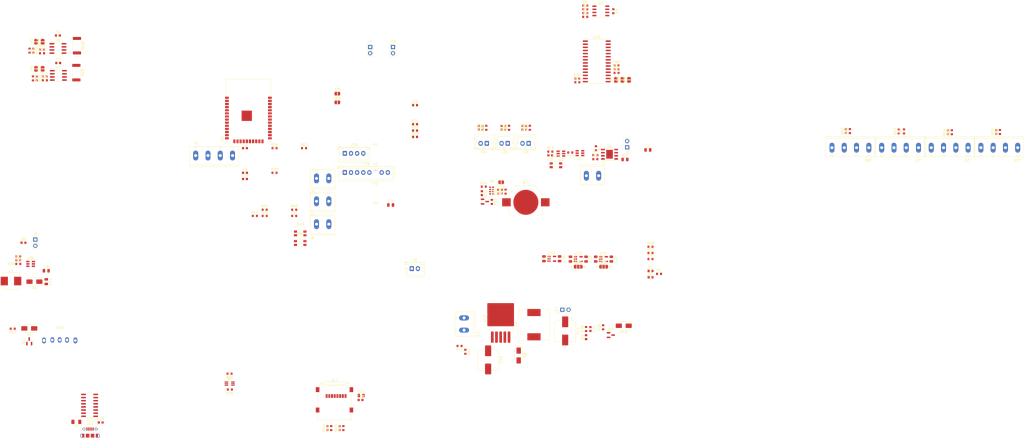
<source format=kicad_pcb>
(kicad_pcb (version 20240108) (generator "pcbnew") (generator_version "8.0")
  (layers (0 "F.Cu" signal) (31 "B.Cu" signal) (34 "B.Paste" user) (35 "F.Paste" user) (36 "B.SilkS" user "B.Silkscreen") (37 "F.SilkS" user "F.Silkscreen") (38 "B.Mask" user) (39 "F.Mask" user) (44 "Edge.Cuts" user))
  (net 0 "")
  (net 1 "Net-(BT1-+)")
  (net 2 "GND")
  (net 3 "/Vpre_5V")
  (net 4 "/BAT+")
  (net 5 "+3V3")
  (net 6 "Net-(U3-VCC)")
  (net 7 "/BAT-")
  (net 8 "IO0")
  (net 9 "RESET")
  (net 10 "Vbat_5V")
  (net 11 "Net-(D7-K)")
  (net 12 "VIN_12V")
  (net 13 "VIN_5V")
  (net 14 "VDL_3V3")
  (net 15 "+5V")
  (net 16 "/VGPS_3V3")
  (net 17 "GPA0")
  (net 18 "GPA1")
  (net 19 "GPA2")
  (net 20 "Net-(D1-K)")
  (net 21 "Net-(D1-A)")
  (net 22 "Net-(D2-K)")
  (net 23 "Net-(D3-A)")
  (net 24 "Net-(D4-K)")
  (net 25 "Net-(D5-A)")
  (net 26 "/SW_5V")
  (net 27 "Net-(D8-K)")
  (net 28 "Net-(D9-A)")
  (net 29 "/V_USB")
  (net 30 "Net-(D11-A)")
  (net 31 "Net-(D12-A)")
  (net 32 "Net-(D13-A)")
  (net 33 "/V_in")
  (net 34 "RS485_VSS_ch2")
  (net 35 "RS485_VDD_ch2")
  (net 36 "12V_IN")
  (net 37 "RS485_A_ch2")
  (net 38 "RS485_B_ch2")
  (net 39 "420_sens_ch2_+")
  (net 40 "420_sens_ch2_")
  (net 41 "420_VSS_ch2")
  (net 42 "420_VDD_ch2")
  (net 43 "/EVI")
  (net 44 "Net-(J13-D-)")
  (net 45 "Net-(J13-D+)")
  (net 47 "GPA6")
  (net 48 "GPA5")
  (net 49 "GPA4")
  (net 50 "GPB1")
  (net 51 "GPB2")
  (net 52 "GPB0")
  (net 53 "Net-(J17-CLK)")
  (net 54 "Net-(J17-DAT0)")
  (net 56 "Net-(J17-CMD)")
  (net 58 "Net-(J17-DAT3{slash}CD)")
  (net 59 "/EN_VS_S")
  (net 60 "/EN_VS")
  (net 61 "/EN_VDL_S")
  (net 62 "/EN_VDL")
  (net 63 "S1_IN")
  (net 64 "S2_IN")
  (net 65 "S3_IN")
  (net 66 "S4_IN")
  (net 67 "Net-(J24-Pin_1)")
  (net 68 "Net-(J25-Pin_1)")
  (net 69 "Net-(J26-Pin_1)")
  (net 70 "Net-(JP1-A)")
  (net 71 "Net-(JP2-A)")
  (net 72 "Net-(JP3-A)")
  (net 73 "Net-(JP4-A)")
  (net 74 "A0")
  (net 75 "A1")
  (net 76 "A2")
  (net 77 "Net-(Q2A-B1)")
  (net 78 "DTR#")
  (net 79 "Net-(Q2B-B1)")
  (net 80 "RST#")
  (net 81 "Net-(U1-PROG)")
  (net 82 "BAT_LVL")
  (net 83 "485_TX")
  (net 84 "/VS_3V3")
  (net 85 "RS485_EN")
  (net 86 "485_RX")
  (net 87 "/Data_A")
  (net 88 "/Data_B")
  (net 89 "IO2")
  (net 90 "/CS")
  (net 91 "SDA")
  (net 92 "SCL")
  (net 93 "420_VDD_ch2+")
  (net 94 "420_VDD_ch1+")
  (net 95 "420_VDD_ch1")
  (net 96 "Net-(R26-Pad2)")
  (net 97 "/FB_5V")
  (net 98 "Net-(R30-Pad2)")
  (net 99 "/INT")
  (net 100 "SPI1_MOSI")
  (net 101 "V_AUTO_LVL")
  (net 102 "SPI1_CLK")
  (net 103 "SD_CS")
  (net 104 "SPI1_MISO")
  (net 105 "SENSOR 1")
  (net 106 "SENSOR 2")
  (net 107 "SENSOR 3")
  (net 108 "SENSOR 4")
  (net 109 "Net-(U15-SDA)")
  (net 110 "Net-(U15-SCK)")
  (net 111 "MCP_RESET")
  (net 112 "INTA")
  (net 113 "INTB")
  (net 115 "/OC")
  (net 116 "/OD")
  (net 121 "KC3")
  (net 122 "KC1")
  (net 123 "TX")
  (net 124 "KR1")
  (net 125 "KC2")
  (net 128 "RX")
  (net 129 "KC4")
  (net 130 "KR2")
  (net 131 "KR4")
  (net 135 "KR3")
  (net 148 "GPB7")
  (net 150 "GPA7")
  (net 152 "GPB4")
  (net 153 "GPB3")
  (net 154 "GPB5")
  (net 155 "GPB6")
  (footprint "Capacitor_SMD:C_0805_2012Metric" (layer "F.Cu") (at 279.04 73.552)
    (property "Reference" "C1")
    (property "Value" "10u")
  )
  (footprint "Resistor_SMD:R_0603_1608Metric" (layer "F.Cu") (at 127.04 72.84)
    (property "Reference" "R26")
    (property "Value" "0")
  )
  (footprint "Inductor_SMD:L_Bourns_SRP7028A_7.3x6.6mm" (layer "F.Cu") (at 19.751 127)
    (property "Reference" "L1")
    (property "Value" "22u")
  )
  (footprint "Resistor_SMD:R_0603_1608Metric" (layer "F.Cu") (at 257.643 77.324)
    (property "Reference" "R3")
    (property "Value" "12k")
  )
  (footprint "Resistor_SMD:R_0603_1608Metric" (layer "F.Cu") (at 28.829 33.084 -90)
    (property "Reference" "R22")
    (property "Value" "10k")
  )
  (footprint "Resistor_SMD:R_0603_1608Metric" (layer "F.Cu") (at 202.361 153.472 180)
    (property "Reference" "R41")
    (property "Value" "12k")
  )
  (footprint "IoWLabs:SMD_SWITCH" (layer "F.Cu") (at 137.495 107.585)
    (property "Reference" "SW3")
    (property "Value" "SW_DIP_x02")
  )
  (footprint "Package_TO_SOT_SMD:SOT-23" (layer "F.Cu") (at 27.178 151.5595 90)
    (property "Reference" "Q1")
    (property "Value" "Q_PMOS_GSD")
  )
  (footprint "Jumper:SolderJumper-2_P1.3mm_Open_RoundedPad1.0x1.5mm" (layer "F.Cu") (at 32.639 40.536 90)
    (property "Reference" "JP4")
    (property "Value" "SolderJumper_2_Open")
  )
  (footprint "IoWLabs:ESP32-WROOM-32" (layer "F.Cu") (at 116.41 60.55)
    (property "Reference" "U5")
    (property "Value" "ESP32-WROOM-32D")
  )
  (footprint "Resistor_SMD:R_0603_1608Metric" (layer "F.Cu") (at 361.283 65.881 90)
    (property "Reference" "R56")
    (property "Value" "3k3")
  )
  (footprint "Capacitor_SMD:C_0603_1608Metric" (layer "F.Cu") (at 115.01 82.88)
    (property "Reference" "C9")
    (property "Value" "100n")
  )
  (footprint "Package_SO:SOIC-8_3.9x4.9mm_P1.27mm" (layer "F.Cu") (at 39.051 43.18)
    (property "Reference" "U7")
    (property "Value" "INA219AxD")
  )
  (footprint "Resistor_SMD:R_0603_1608Metric" (layer "F.Cu") (at 204.724 155.829 -90)
    (property "Reference" "R42")
    (property "Value" "30k")
  )
  (footprint "Jumper:SolderJumper-2_P1.3mm_Open_RoundedPad1.0x1.5mm" (layer "F.Cu") (at 271.37 45.015 90)
    (property "Reference" "JP9")
    (property "Value" "SolderJumper_2_Open")
  )
  (footprint "Package_TO_SOT_SMD:SOT-23" (layer "F.Cu") (at 263.9545 149.032)
    (property "Reference" "Q3")
    (property "Value" "Q_PMOS_GSD")
  )
  (footprint "Resistor_SMD:R_0603_1608Metric" (layer "F.Cu") (at 135.06 97.94)
    (property "Reference" "R60")
    (property "Value" "1k")
  )
  (footprint "Jumper:SolderJumper-3_P1.3mm_Open_RoundedPad1.0x1.5mm_NumberLabels" (layer "F.Cu") (at 250.698 121.158)
    (property "Reference" "J19")
    (property "Value" "HDR-3x1")
  )
  (footprint "Resistor_SMD:R_0603_1608Metric" (layer "F.Cu") (at 219.583 90.551 90)
    (property "Reference" "R32")
    (property "Value" "100k")
  )
  (footprint "Resistor_SMD:R_0603_1608Metric" (layer "F.Cu") (at 280.098 115.54)
    (property "Reference" "R69")
    (property "Value" "3.3k")
  )
  (footprint "Package_TO_SOT_SMD:SOT-23-5" (layer "F.Cu") (at 239.9085 117.922)
    (property "Reference" "U12")
    (property "Value" "AP2112K-3.3")
  )
  (footprint "IoWLabsConnectors:TB-4x1-5P-TH-V" (layer "F.Cu") (at 422.108 72.644 180)
    (property "Reference" "J23")
    (property "Value" "HDR-4x1")
  )
  (footprint "Resistor_SMD:R_0603_1608Metric" (layer "F.Cu") (at 239.3205 74.242)
    (property "Reference" "R10")
    (property "Value" "100")
  )
  (footprint "Resistor_SMD:R_0603_1608Metric" (layer "F.Cu") (at 127.04 82.88)
    (property "Reference" "R30")
    (property "Value" "0")
  )
  (footprint "Connector_PinHeader_2.54mm:PinHeader_1x02_P2.54mm_Vertical" (layer "F.Cu") (at 175.27 31.61)
    (property "Reference" "J10")
    (property "Value" "HDR-2x1")
  )
  (footprint "IoWLabsConnectors:Tb-2x1-5p-TH-V" (layer "F.Cu") (at 146.6388 85.165)
    (property "Reference" "J3")
    (property "Value" "HDR-2x1")
  )
  (footprint "IoWLabsConnectors:TB-4x1-5P-TH-V" (layer "F.Cu") (at 401.915 72.644 180)
    (property "Reference" "J22")
    (property "Value" "HDR-4x1")
  )
  (footprint "Capacitor_SMD:C_0603_1608Metric" (layer "F.Cu") (at 210.205 64.533 -90)
    (property "Reference" "C25")
    (property "Value" "0.1uF")
  )
  (footprint "Connector_JST:JST_XH_B2B-XH-A_1x02_P2.50mm_Vertical" (layer "F.Cu") (at 182.92 121.92)
    (property "Reference" "J9")
    (property "Value" "HDR-2x1")
  )
  (footprint "Resistor_SMD:R_0603_1608Metric" (layer "F.Cu") (at 32.385 32.639)
    (property "Reference" "R13")
    (property "Value" "10k")
  )
  (footprint "IoWLabsConnectors:TB-4x1-5P-TH-V" (layer "F.Cu") (at 102.445 75.845)
    (property "Reference" "J5")
    (property "Value" "HDR-4x1")
  )
  (footprint "Resistor_SMD:R_0603_1608Metric" (layer "F.Cu") (at 383.322 66.024 90)
    (property "Reference" "R57")
    (property "Value" "3k3")
  )
  (footprint "Resistor_SMD:R_0603_1608Metric" (layer "F.Cu") (at 247.4485 74.623 180)
    (property "Reference" "R12")
    (property "Value" "1k")
  )
  (footprint "Resistor_SMD:R_0603_1608Metric" (layer "F.Cu") (at 257.643 75.673)
    (property "Reference" "R4")
    (property "Value" "30k")
  )
  (footprint "Package_SO:SOP-8_3.9x4.9mm_P1.27mm" (layer "F.Cu") (at 259.884 16.891)
    (property "Reference" "U2")
    (property "Value" "MAX3485")
  )
  (footprint "IoWLabs:SMD_SWITCH" (layer "F.Cu") (at 241.6065 79.83)
    (property "Reference" "SW1")
    (property "Value" "SW_DIP_x02")
  )
  (footprint "Jumper:SolderJumper-2_P1.3mm_Open_RoundedPad1.0x1.5mm" (layer "F.Cu") (at 29.972 40.536 90)
    (property "Reference" "JP3")
    (property "Value" "SolderJumper_2_Open")
  )
  (footprint "Diode_SMD:D_SMA" (layer "F.Cu") (at 29.276 127.254 180)
    (property "Reference" "D6")
    (property "Value" "D_Schottky")
  )
  (footprint "Capacitor_SMD:C_0603_1608Metric" (layer "F.Cu") (at 255.651 146.545 -90)
    (property "Reference" "C15")
    (property "Value" "10u")
  )
  (footprint "Connector_Card:microSD_HC_Wuerth_693072010801" (layer "F.Cu") (at 151.456 175.413)
    (property "Reference" "J17")
    (property "Value" "Micro_SD_Card")
  )
  (footprint "Resistor_SMD:R_0603_1608Metric" (layer "F.Cu") (at 266.29 39.116)
    (property "Reference" "R66")
    (property "Value" "3.3k")
  )
  (footprint "Capacitor_SMD:C_0603_1608Metric" (layer "F.Cu") (at 38.849 26.924)
    (property "Reference" "C6")
    (property "Value" "100n")
  )
  (footprint "Capacitor_SMD:C_0805_2012Metric" (layer "F.Cu") (at 236.7335 117.922 -90)
    (property "Reference" "C19")
    (property "Value" "1u")
  )
  (footprint "Resistor_SMD:R_0603_1608Metric" (layer "F.Cu") (at 283.591 124.079)
    (property "Reference" "R1")
    (property "Value" "1k")
  )
  (footprint "MountingHole:MountingHole_3.2mm_M3" (layer "F.Cu") (at 168.12 83.51)
    (property "Reference" "H2")
    (property "Value" "MountingHole")
  )
  (footprint "Package_TO_SOT_SMD:SOT-23-5" (layer "F.Cu") (at 250.7035 118.049)
    (property "Reference" "U13")
    (property "Value" "AP2112K-3.3")
  )
  (footprint "Resistor_SMD:R_0603_1608Metric" (layer "F.Cu") (at 119.02 100.45)
    (property "Reference" "R11")
    (property "Value" "330")
  )
  (footprint "Capacitor_SMD:C_0805_2012Metric" (layer "F.Cu") (at 34.102 127.254 -90)
    (property "Reference" "C11")
    (property "Value" "22u")
  )
  (footprint "Resistor_SMD:R_0603_1608Metric" (layer "F.Cu") (at 211.729 64.533 90)
    (property "Reference" "R46")
    (property "Value" "10k")
  )
  (footprint "Capacitor_SMD:C_0805_2012Metric" (layer "F.Cu") (at 162.279 173.697)
    (property "Reference" "C17")
    (property "Value" "10u")
  )
  (footprint "Connector_PinHeader_2.54mm:PinHeader_1x02_P2.54mm_Vertical" (layer "F.Cu") (at 270.597 72.498 180)
    (property "Reference" "J2")
    (property "Value" "V_USB")
  )
  (footprint "Resistor_SMD:R_0603_1608Metric" (layer "F.Cu") (at 22.735 116.937 180)
    (property "Reference" "R29")
    (property "Value" "1k")
  )
  (footprint "MountingHole:MountingHole_3.2mm_M3" (layer "F.Cu") (at 168.12 91.46)
    (property "Reference" "H3")
    (property "Value" "MountingHole")
  )
  (footprint "Resistor_SMD:R_0603_1608Metric" (layer "F.Cu") (at 22.735 120.015)
    (property "Reference" "R28")
    (property "Value" "470")
  )
  (footprint "Capacitor_SMD:C_0603_1608Metric" (layer "F.Cu") (at 239.3205 75.766 180)
    (property "Reference" "C5")
    (property "Value" "100n")
  )
  (footprint "IoWLabsConnectors:Tb-2x1-5p-TH-V" (layer "F.Cu") (at 256.5 84.074 180)
    (property "Reference" "J1")
    (property "Value" "BAT")
  )
  (footprint "Resistor_SMD:R_0603_1608Metric" (layer "F.Cu") (at 221 64.533 90)
    (property "Reference" "R47")
    (property "Value" "10k")
  )
  (footprint "Diode_SMD:D_SMA" (layer "F.Cu") (at 226.441 157.353 -90)
    (property "Reference" "D8")
    (property "Value" "SS34")
  )
  (footprint "Jumper:SolderJumper-2_P1.3mm_Open_RoundedPad1.0x1.5mm" (layer "F.Cu") (at 29.972 29.464 90)
    (property "Reference" "JP1")
    (property "Value" "SolderJumper_2_Open")
  )
  (footprint "Connector_PinHeader_2.54mm:PinHeader_1x02_P2.54mm_Vertical" (layer "F.Cu") (at 244.216 138.684 90)
    (property "Reference" "J11")
    (property "Value" "IN")
  )
  (footprint "LED_SMD:LED_0603_1608Metric" (layer "F.Cu") (at 280.1365 122.886)
    (property "Reference" "D1")
    (property "Value" "LED")
  )
  (footprint "Fuse:Fuse_1206_3216Metric" (layer "F.Cu") (at 46.355 184.404 180)
    (property "Reference" "F1")
    (property "Value" "FUSE")
  )
  (footprint "Resistor_SMD:R_0603_1608Metric" (layer "F.Cu") (at 250.32 44.45)
    (property "Reference" "R64")
    (property "Value" "10k")
  )
  (footprint "Resistor_SMD:R_0603_1608Metric" (layer "F.Cu") (at 27.305 33.084 -90)
    (property "Reference" "R20")
    (property "Value" "10k")
  )
  (footprint "Resistor_SMD:R_0603_1608Metric" (layer "F.Cu") (at 155.067 186.944 90)
    (property "Reference" "R45")
    (property "Value" "3.3k")
  )
  (footprint "Resistor_SMD:R_0603_1608Metric" (layer "F.Cu") (at 33.528 43.584)
    (property "Reference" "R14")
    (property "Value" "10k")
  )
  (footprint "Connector_PinHeader_2.54mm:PinHeader_1x02_P2.54mm_Vertical" (layer "F.Cu") (at 165.97 31.61)
    (property "Reference" "J4")
    (property "Value" "HDR-2x1")
  )
  (footprint "IoWLabsConnectors:TB-4x1-5P-TH-V" (layer "F.Cu") (at 381.722 72.644 180)
    (property "Reference" "J21")
    (property "Value" "HDR-4x1")
  )
  (footprint "Resistor_SMD:R_2512_6332Metric" (layer "F.Cu") (at 46.609 31.073 -90)
    (property "Reference" "R18")
    (property "Value" "16")
  )
  (footprint "Resistor_SMD:R_0603_1608Metric" (layer "F.Cu") (at 222.524 64.533 90)
    (property "Reference" "R50")
    (property "Value" "1k")
  )
  (footprint "Resistor_SMD:R_0603_1608Metric" (layer "F.Cu") (at 402.764 66.358 90)
    (property "Reference" "R58")
    (property "Value" "3k3")
  )
  (footprint "Resistor_SMD:R_0603_1608Metric" (layer "F.Cu") (at 32.385 34.163)
    (property "Reference" "R15")
    (property "Value" "10k")
  )
  (footprint "Resistor_SMD:R_0603_1608Metric" (layer "F.Cu") (at 420.831 66.245 90)
    (property "Reference" "R55")
    (property "Value" "10k2")
  )
  (footprint "Capacitor_SMD:C_0603_1608Metric" (layer "F.Cu") (at 211.455 91.186 -90)
    (property "Reference" "C12")
    (property "Value" "10n")
  )
  (footprint "Resistor_SMD:R_0603_1608Metric" (layer "F.Cu") (at 20.447 146.431 180)
    (property "Reference" "R17")
    (property "Value" "10k")
  )
  (footprint "Resistor_SMD:R_0603_1608Metric" (layer "F.Cu") (at 401.203 66.358 90)
    (property "Reference" "R54")
    (property "Value" "10k2")
  )
  (footprint "Capacitor_SMD:C_0805_2012Metric" (layer "F.Cu") (at 253.8785 118.049 -90)
    (property "Reference" "C22")
    (property "Value" "1u")
  )
  (footprint "Resistor_SMD:R_0603_1608Metric" (layer "F.Cu") (at 218.059 90.551 90)
    (property "Reference" "R31")
    (property "Value" "100k")
  )
  (footprint "Capacitor_SMD:C_0805_2012Metric" (layer "F.Cu") (at 257.81 118.049 -90)
    (property "Reference" "C23")
    (property "Value" "1u")
  )
  (footprint "IoWLabs:SMD_SWITCH" (layer "F.Cu") (at 137.495 111.505)
    (property "Reference" "SW4")
    (property "Value" "SW_DIP_x02")
  )
  (footprint "Capacitor_SMD:C_0805_2012Metric" (layer "F.Cu") (at 247.5285 118.049 -90)
    (property "Reference" "C21")
    (property "Value" "1u")
  )
  (footprint "Resistor_SMD:R_0603_1608Metric" (layer "F.Cu") (at 266.29 42.164)
    (property "Reference" "R65")
    (property "Value" "3.3k")
  )
  (footprint "Capacitor_SMD:C_0805_2012Metric" (layer "F.Cu") (at 269.708 77.451)
    (property "Reference" "C2")
    (property "Value" "10u")
  )
  (footprint "Resistor_SMD:R_0603_1608Metric" (layer "F.Cu") (at 229.438 64.533 90)
    (property "Reference" "R48")
    (property "Value" "10k")
  )
  (footprint "Resistor_SMD:R_0603_1608Metric" (layer "F.Cu") (at 30.245 44.41 -90)
    (property "Reference" "R23")
    (property "Value" "10k")
  )
  (footprint "IoWLabsConnectors:Tb-2x1-5p-TH-V" (layer "F.Cu") (at 146.6388 94.485)
    (property "Reference" "J7")
    (property "Value" "HDR-2x1")
  )
  (footprint "Resistor_SMD:R_0603_1608Metric" (layer "F.Cu") (at 33.528 45.171)
    (property "Reference" "R16")
    (property "Value" "10k")
  )
  (footprint "IoWLabsConnectors:Tb-2x1-5p-TH-V" (layer "F.Cu") (at 146.6388 103.805)
    (property "Reference" "J8")
    (property "Value" "HDR-2x1")
  )
  (footprint "Resistor_SMD:R_0603_1608Metric" (layer "F.Cu") (at 250.32 45.974)
    (property "Reference" "R63")
    (property "Value" "10k")
  )
  (footprint "IoWLabsConnectors:TB-4x1-5P-TH-V" (layer "F.Cu") (at 361.482 72.644 180)
    (property "Reference" "J20")
    (property "Value" "HDR-4x1")
  )
  (footprint "LED_SMD:LED_0603_1608Metric" (layer "F.Cu") (at 280.1365 125.476)
    (property "Reference" "D2")
    (property "Value" "LED")
  )
  (footprint "Resistor_SMD:R_0603_1608Metric" (layer "F.Cu") (at 221.107 90.551 90)
    (property "Reference" "R33")
    (property "Value" "10k")
  )
  (footprint "Package_TO_SOT_SMD:TO-263-5_TabPin3" (layer "F.Cu") (at 219.104 142.21 90)
    (property "Reference" "U10")
    (property "Value" "LM2596S-5")
  )
  (footprint "MountingHole:MountingHole_3.2mm_M3" (layer "F.Cu") (at 168.12 75.56)
    (property "Reference" "H1")
    (property "Value" "MountingHole")
  )
  (footprint "Package_TO_SOT_SMD:SOT-363_SC-70-6_Handsoldering" (layer "F.Cu") (at 108.779 168.798)
    (property "Reference" "Q2")
    (property "Value" "Q_Dual_NPN_NPN_BRT_E1B1C2E2B2C1")
  )
  (footprint "Package_SO:SOIC-28W_7.5x17.9mm_P1.27mm" (layer "F.Cu") (at 258.24 37.465)
    (property "Reference" "U15")
    (property "Value" "MCP23017_SO")
  )
  (footprint "Resistor_SMD:R_0603_1608Metric" (layer "F.Cu") (at 28.702 44.41 -90)
    (property "Reference" "R21")
    (property "Value" "10k")
  )
  (footprint "Capacitor_SMD:C_0805_2012Metric" (layer "F.Cu") (at 264.16 118.049 -90)
    (property "Reference" "C24")
    (property "Value" "1u")
  )
  (footprint "Jumper:SolderJumper-2_P1.3mm_Open_RoundedPad1.0x1.5mm" (layer "F.Cu") (at 152.61 54.18)
    (property "Reference" "JP6")
    (property "Value" "SolderJumper_2_Open")
  )
  (footprint "Resistor_SMD:R_0603_1608Metric" (layer "F.Cu") (at 135.06 100.45)
    (property "Reference" "R61")
    (property "Value" "1k")
  )
  (footprint "Package_TO_SOT_SMD:SOT-23-6" (layer "F.Cu") (at 251.3855 74.877 180)
    (property "Reference" "U4")
    (property "Value" "FS8205A")
  )
  (footprint "Package_TO_SOT_SMD:SOT-23-6" (layer "F.Cu") (at 27.752 120.015)
    (property "Reference" "U8")
    (property "Value" "MT3608")
  )
  (footprint "IoWLabs:SON-8" (layer "F.Cu") (at 215.427 90.123)
    (property "Reference" "U9")
    (property "Value" "RV-8803")
  )
  (footprint "Package_SO:SOIC-16_3.9x9.9mm_P1.27mm" (layer "F.Cu") (at 51.754 177.673 180)
    (property "Reference" "U11")
    (property "Value" "CH340C")
  )
  (footprint "Resistor_SMD:R_0603_1608Metric" (layer "F.Cu") (at 139.07 72.84)
    (property "Reference" "R62")
    (property "Value" "1k")
  )
  (footprint "Diode_SMD:D_SMA" (layer "F.Cu") (at 27.178 146.304 180)
    (property "Reference" "D4")
    (property "Value" "D_Schottky")
  )
  (footprint "Capacitor_SMD:CP_Elec_8x10.5" (layer "F.Cu") (at 213.995 159.131 -90)
    (property "Reference" "C13")
    (property "Value" "680uF")
  )
  (footprint "Connector_JST:JST_XH_B2B-XH-AM_1x02_P2.50mm_Vertical" (layer "F.Cu") (at 213.467 70.883 180)
    (property "Reference" "J24")
    (property "Value" "Conn_01x02")
  )
  (footprint "Capacitor_SMD:C_0603_1608Metric" (layer "F.Cu") (at 227.914 64.533 -90)
    (property "Reference" "C27")
    (property "Value" "0.1uF")
  )
  (footprint "LED_SMD:LED_0603_1608Metric" (layer "F.Cu") (at 253.873 149.8725 90)
    (property "Reference" "D9")
    (property "Value" "LED")
  )
  (footprint "Inductor_SMD:L_12x12mm_H8mm" (layer "F.Cu") (at 232.664 144.78 90)
    (property "Reference" "L2")
    (property "Value" "33uH")
  )
  (footprint "Battery:BatteryHolder_Keystone_3000_1x12mm" (layer "F.Cu") (at 229.362 94.91)
    (property "Reference" "BT1")
    (property "Value" "Battery_Cell")
  )
  (footprint "Resistor_SMD:R_0603_1608Metric" (layer "F.Cu") (at 253.534 19.304)
    (property "Reference" "R8")
    (property "Value" "10k")
  )
  (footprint "Resistor_SMD:R_0603_1608Metric" (layer "F.Cu") (at 253.534 16.256)
    (property "Reference" "R6")
    (property "Value" "10k")
  )
  (footprint "Jumper:SolderJumper-2_P1.3mm_Open_RoundedPad1.0x1.5mm" (layer "F.Cu") (at 266.042 45.015 90)
    (property "Reference" "JP7")
    (property "Value" "SolderJumper_2_Open")
  )
  (footprint "Resistor_SMD:R_0603_1608Metric" (layer "F.Cu") (at 215.519 94.742 -90)
    (property "Reference" "R35")
    (property "Value" "3.3k")
  )
  (footprint "Capacitor_SMD:C_0805_2012Metric" (layer "F.Cu") (at 34.102 122.809)
    (property "Reference" "C8")
    (property "Value" "22u")
  )
  (footprint "Connector_JST:JST_XH_B2B-XH-AM_1x02_P2.50mm_Vertical" (layer "F.Cu") (at 221.976 70.883 180)
    (property "Reference" "J25")
    (property "Value" "Conn_01x02")
  )
  (footprint "Resistor_SMD:R_0603_1608Metric" (layer "F.Cu") (at 108.719 164.749 180)
    (property "Reference" "R37")
    (property "Value" "10k")
  )
  (footprint "Resistor_SMD:R_0603_1608Metric" (layer "F.Cu") (at 153.543 186.944 90)
    (property "Reference" "R43")
    (property "Value" "3.3k")
  )
  (footprint "Capacitor_SMD:C_0805_2012Metric" (layer "F.Cu") (at 243.0835 117.922 -90)
    (property "Reference" "C20")
    (property "Value" "1u")
  )
  (footprint "Capacitor_SMD:CP_Elec_8x10.5" (layer "F.Cu") (at 245.364 147.32 -90)
    (property "Reference" "C14")
    (property "Value" "220uF")
  )
  (footprint "Package_TO_SOT_SMD:SOT-23" (layer "F.Cu") (at 212.6765 94.615)
    (property "Reference" "D7")
    (property "Value" "BAS70-05")
  )
  (footprint "LED_SMD:LED_0603_1608Metric" (layer "F.Cu") (at 24.831 111.379)
    (property "Reference" "D5")
    (property "Value" "LED")
  )
  (footprint "IoWLabs:TP4056_SOP-8-PP" (layer "F.Cu") (at 263.4282 75.314)
    (property "Reference" "U1")
    (property "Value" "TP4056")
  )
  (footprint "Connector_PinHeader_2.54mm:PinHeader_1x02_P2.54mm_Vertical" (layer "F.Cu") (at 29.657 110.104)
    (property "Reference" "J6")
    (property "Value" "HDR-2x1")
  )
  (footprint "Resistor_SMD:R_0603_1608Metric" (layer "F.Cu") (at 213.253 64.533 90)
    (property "Reference" "R49")
    (property "Value" "1k")
  )
  (footprint "Resistor_SMD:R_0603_1608Metric" (layer "F.Cu") (at 230.962 64.533 90)
    (property "Reference" "R51")
    (property "Value" "1k")
  )
  (footprint "Capacitor_SMD:C_0805_2012Metric" (layer "F.Cu") (at 174.32 96)
    (property "Reference" "C4")
    (property "Value" "10u")
  )
  (footprint "IoWLabsConnectors:Tb-2x1-5p-TH-V" (layer "F.Cu") (at 204.197 144.526 90)
    (property "Reference" "J14")
    (property "Value" "IN")
  )
  (footprint "Jumper:SolderJumper-2_P1.3mm_Open_RoundedPad1.0x1.5mm" (layer "F.Cu") (at 32.639 29.464 90)
    (property "Reference" "JP2")
    (property "Value" "SolderJumper_2_Open")
  )
  (footprint "Capacitor_SMD:C_0603_1608Metric" (layer "F.Cu") (at 115.01 85.39)
    (property "Reference" "C10")
    (property "Value" "100n")
  )
  (footprint "Resistor_SMD:R_0603_1608Metric" (layer "F.Cu") (at 22.735 118.491)
    (property "Reference" "R27")
    (property "Value" "7k5")
  )
  (footprint "IoWLabs:SS-12F23-G040" (layer "F.Cu") (at 39.576 151.003)
    (property "Reference" "SW2")
    (property "Value" "~")
  )
  (footprint "Resistor_SMD:R_0603_1608Metric" (layer "F.Cu") (at 260.828 145.857 90)
    (property "Reference" "R39")
    (property "Value" "10k")
  )
  (footprint "Jumper:SolderJumper-2_P1.3mm_Open_RoundedPad1.0x1.5mm" (layer "F.Cu") (at 268.703 45.015 90)
    (property "Reference" "JP8")
    (property "Value" "SolderJumper_2_Open")
  )
  (footprint "Connector_JST:JST_XH_B2B-XH-AM_1x02_P2.50mm_Vertical" (layer "F.Cu") (at 230.505 70.9 180)
    (property "Reference" "J26")
    (property "Value" "Conn_01x02")
  )
  (footprint "Capacitor_SMD:C_0603_1608Metric" (layer "F.Cu") (at 38.976 38.123)
    (property "Reference" "C7")
    (property "Value" "100n")
  )
  (footprint "Connector_USB:USB_Micro-B_Amphenol_10118194_Horizontal" (layer "F.Cu") (at 51.943 188.722)
    (property "Reference" "J13")
    (property "Value" "USB_B_Micro")
  )
  (footprint "LED_SMD:LED_0603_1608Metric" (layer "F.Cu") (at 184.26 65.67)
    (property "Reference" "D12")
    (property "Value" "LED")
  )
  (footprint "Package_SO:SOIC-8_3.9x4.9mm_P1.27mm" (layer "F.Cu") (at 38.862 32.193)
    (property "Reference" "U6")
    (property "Value" "INA219AxD")
  )
  (footprint "Capacitor_SMD:C_0603_1608Metric" (layer "F.Cu") (at 56.261 184.658)
    (property "Reference" "C16")
    (property "Value" "100n")
  )
  (footprint "Connector_JST:JST_XH_B8B-XH-AM_1x08_P2.50mm_Vertical" (layer "F.Cu") (at 155.67 82.76)
    (property "Reference" "J16")
    (property "Value" "Conn_01x08")
  )
  (footprint "Resistor_SMD:R_0603_1608Metric" (layer "F.Cu") (at 148.59 186.944 90)
    (property "Reference" "R44")
    (property "Value" "3.3k")
  )
  (footprint "Package_TO_SOT_SMD:SOT-23-5" (layer "F.Cu") (at 260.985 118.049)
    (property "Reference" "U14")
    (property "Value" "AP2112K-3.3")
  )
  (footprint "Diode_SMD:D_SMA" (layer "F.Cu") (at 269.21 145.222 180)
    (property "Reference" "D10")
    (property "Value" "D_Schottky")
  )
  (footprint "Resistor_SMD:R_0603_1608Metric" (layer "F.Cu") (at 280.098 113.03)
    (property "Reference" "R68")
    (property "Value" "3.3k")
  )
  (footprint "MountingHole:MountingHole_3.2mm_M3" (layer "F.Cu") (at 168.12 99.41)
    (property "Reference" "H4")
    (property "Value" "MountingHole")
  )
  (footprint "LED_SMD:LED_0603_1608Metric" (layer "F.Cu") (at 184.26 55.31)
    (property "Reference" "D3")
    (property "Value" "LED")
  )
  (footprint "Resistor_SMD:R_0603_1608Metric" (layer "F.Cu") (at 280.098 118.05)
    (property "Reference" "R70")
    (property "Value" "3.3k")
  )
  (footprint "Resistor_SMD:R_0603_1608Metric" (layer "F.Cu") (at 381.174 66.04 90)
    (property "Reference" "R53")
    (property "Value" "10k2")
  )
  (footprint "Capacitor_SMD:C_0603_1608Metric" (layer "F.Cu") (at 115.01 72.84)
    (property "Reference" "C3")
    (property "Value" "100n")
  )
  (footprint "Resistor_SMD:R_0603_1608Metric" (layer "F.Cu") (at 266.29 40.64)
    (property "Reference" "R67")
    (property "Value" "3.3k")
  )
  (footprint "Resistor_SMD:R_0603_1608Metric" (layer "F.Cu") (at 422.362 66.245 90)
    (property "Reference" "R59")
    (property "Value" "3k3")
  )
  (footprint "LED_SMD:LED_0603_1608Metric" (layer "F.Cu") (at 184.26 68.26)
    (property "Reference" "D13")
    (property "Value" "LED")
  )
  (footprint "Resistor_SMD:R_0603_1608Metric" (layer "F.Cu") (at 108.846 171.226 180)
    (property "Reference" "R36")
    (property "Value" "10k")
  )
  (footprint "Resistor_SMD:R_0603_1608Metric" (layer "F.Cu") (at 123.03 97.94)
    (property "Reference" "R24")
    (property "Value" "10k")
  )
  (footprint "Jumper:SolderJumper-3_P1.3mm_Open_RoundedPad1.0x1.5mm_NumberLabels" (layer "F.Cu") (at 261.015 121.158)
    (property "Reference" "J18")
    (property "Value" "HDR-3x1")
  )
  (footprint "Resistor_SMD:R_0603_1608Metric" (layer "F.Cu") (at 253.534 14.732)
    (property "Reference" "R5")
    (property "Value" "10k")
  )
  (footprint "Resistor_SMD:R_0603_1608Metric" (layer "F.Cu") (at 253.534 17.78)
    (property "Reference" "R7")
    (property "Value" "10k")
  )
  (footprint "Capacitor_SMD:C_0603_1608Metric" (layer "F.Cu") (at 219.476 64.533 -90)
    (property "Reference" "C26")
    (property "Value" "0.1uF")
  )
  (footprint "Capacitor_SMD:C_0603_1608Metric" (layer "F.Cu") (at 162.059 175.475)
    (property "Reference" "C18")
    (property "Value" "100n")
  )
  (footprint "LED_SMD:LED_0603_1608Metric" (layer "F.Cu") (at 184.26 63.08)
    (property "Reference" "D11")
    (property "Value" "LED")
  )
  (footprint "Resistor_SMD:R_0603_1608Metric" (layer "F.Cu") (at 264.964 17.018 -90)
    (property "Reference" "R9")
    (property "Value" "120")
  )
  (footprint "Resistor_SMD:R_0603_1608Metric" (layer "F.Cu") (at 253.873 146.545 90)
    (property "Reference" "R38")
    (property "Value" "1k")
  )
  (footprint "Resistor_SMD:R_0603_1608Metric" (layer "F.Cu") (at 212.217 88.519)
    (property "Reference" "R34")
    (property "Value" "10k")
  )
  (footprint "Resistor_SMD:R_2512_6332Metric" (layer "F.Cu") (at 46.355 42.06 -90)
    (property "Reference" "R19")
    (property "Value" "16")
  )
  (footprint "Jumper:SolderJumper-2_P1.3mm_Open_RoundedPad1.0x1.5mm" (layer "F.Cu") (at 219.314 86.741 180)
    (property "Reference" "J12")
    (property "Value" "Conn_01x02")
  )
  (footprint "Resistor_SMD:R_0603_1608Metric" (layer "F.Cu") (at 123.03 100.45)
    (property "Reference" "R25")
    (property "Value" "10k")
  )
  (footprint "Resistor_SMD:R_0603_1608Metric" (layer "F.Cu") (at 359.632 65.881 90)
    (property "Reference" "R52")
    (property "Value" "10k2")
  )
  (footprint "Resistor_SMD:R_0603_1608Metric" (layer "F.Cu") (at 257.897 72.879 -90)
    (property "Reference" "R2")
    (property "Value" "1k2")
  )
  (footprint "Jumper:SolderJumper-2_P1.3mm_Open_RoundedPad1.0x1.5mm" (layer "F.Cu") (at 152.61 50.63)
    (property "Reference" "JP5")
    (property "Value" "SolderJumper_2_Open")
  )
  (footprint "Package_TO_SOT_SMD:SOT-23-6" (layer "F.Cu") (at 243.633 75.057 180)
    (property "Reference" "U3")
    (property "Value" "DW01")
  )
  (footprint "Connector_JST:JST_XH_B4B-XH-AM_1x04_P2.50mm_Vertical" (layer "F.Cu") (at 155.67 74.96)
    (property "Reference" "J15")
    (property "Value" "Conn_01x04")
  )
  (footprint "Resistor_SMD:R_0603_1608Metric" (layer "F.Cu") (at 150.114 186.944 90)
    (property "Reference" "R40")
    (property "Value" "3.3k")
  )
)
</source>
